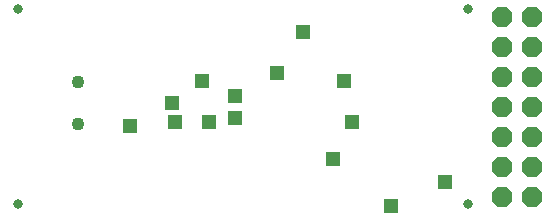
<source format=gbs>
G75*
G70*
%OFA0B0*%
%FSLAX24Y24*%
%IPPOS*%
%LPD*%
%AMOC8*
5,1,8,0,0,1.08239X$1,22.5*
%
%ADD10C,0.0316*%
%ADD11OC8,0.0680*%
%ADD12C,0.0434*%
%ADD13R,0.0476X0.0476*%
D10*
X000631Y000681D03*
X015631Y000681D03*
X015631Y007181D03*
X000631Y007181D03*
D11*
X016756Y006931D03*
X017756Y006931D03*
X017756Y005931D03*
X016756Y005931D03*
X016756Y004931D03*
X017756Y004931D03*
X017756Y003931D03*
X016756Y003931D03*
X016756Y002931D03*
X017756Y002931D03*
X017756Y001931D03*
X016756Y001931D03*
X016756Y000931D03*
X017756Y000931D03*
D12*
X002631Y003367D03*
X002631Y004745D03*
D13*
X005756Y004056D03*
X005881Y003431D03*
X007006Y003431D03*
X007881Y003556D03*
X007881Y004306D03*
X006756Y004806D03*
X009256Y005056D03*
X011506Y004806D03*
X011756Y003431D03*
X011131Y002181D03*
X014881Y001431D03*
X013051Y000636D03*
X004381Y003306D03*
X010131Y006431D03*
M02*

</source>
